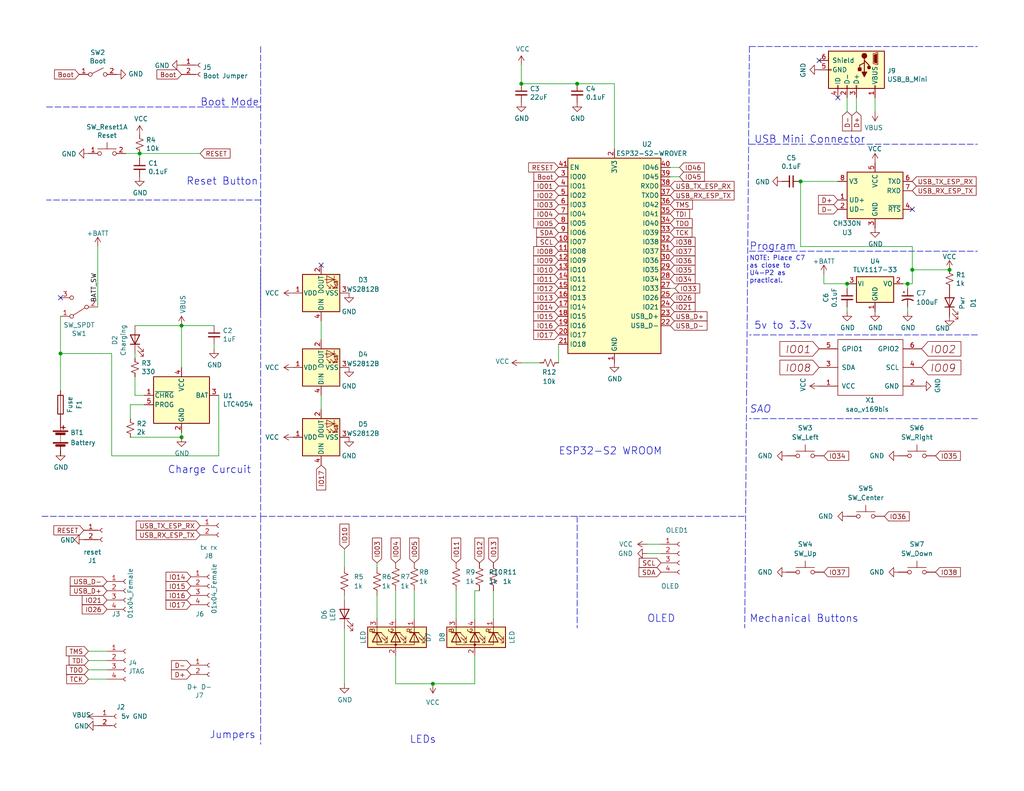
<source format=kicad_sch>
(kicad_sch (version 20211123) (generator eeschema)
  (paper "USLetter")
  (title_block (title "CactusCon") (date "2022-08-23") (rev "0") (company "BadgePirates") (comment 1 "ESP32-S2 WROOM") (comment 2 "USB to Serial Connector") (comment 3 "Lipo Charger"))
  (lib_symbols
    (symbol "BadgePirates:Badgelife_sao_connector_v169bis" (pin_names (offset 1.016))
      (property "Reference" "X" (at 0 0 0))
      (property "Value" "Badgelife_sao_connector_v169bis" (at 0 20.32 0))
      (symbol "Badgelife_sao_connector_v169bis_1_1"
        (pin input line (at -5.08 13.97 270) (length 5.08) (name "VCC") (number "1"))
        (pin input line (at -5.08 -13.97 90) (length 5.08) (name "GND") (number "2"))
        (pin input line (at 0 13.97 270) (length 5.08) (name "SDA") (number "3"))
        (pin input line (at 0 -13.97 90) (length 5.08) (name "SCL") (number "4"))
        (pin input line (at 5.08 13.97 270) (length 5.08) (name "GPIO1") (number "5"))
        (pin input line (at 5.08 -13.97 90) (length 5.08) (name "GPIO2") (number "6"))
      )
    )
    (symbol "Battery_Management:LTC4054ES5-4.2" (pin_names (offset 0.254))
      (property "Reference" "U" (at -5.842 6.604 0))
      (property "Value" "LTC4054ES5-4.2" (at 1.524 6.604 0))
      (symbol "LTC4054ES5-4.2_1_1"
        (pin open_collector line (at -10.16 0 0) (length 2.54) (name "~{CHRG}") (number "1"))
        (pin power_in line (at 0 -10.16 90) (length 2.54) (name "GND") (number "2"))
        (pin power_out line (at 10.16 0 180) (length 2.54) (name "BAT") (number "3"))
        (pin power_in line (at 0 7.62 270) (length 2.54) (name "VCC") (number "4"))
        (pin bidirectional line (at -10.16 -2.54 0) (length 2.54) (name "PROG") (number "5"))
      )
    )
    (symbol "Connector:Conn_01x02_Female" (pin_names (offset 1.016) hide)
      (property "Reference" "J" (at 0 2.54 0))
      (property "Value" "Conn_01x02_Female" (at 0 -5.08 0))
      (symbol "Conn_01x02_Female_1_1"
        (pin passive line (at -5.08 0 0) (length 3.81) (name "Pin_1") (number "1"))
        (pin passive line (at -5.08 -2.54 0) (length 3.81) (name "Pin_2") (number "2"))
      )
    )
    (symbol "Connector:Conn_01x04_Female" (pin_names (offset 1.016) hide)
      (property "Reference" "J" (at 0 5.08 0))
      (property "Value" "Conn_01x04_Female" (at 0 -7.62 0))
      (symbol "Conn_01x04_Female_1_1"
        (pin passive line (at -5.08 2.54 0) (length 3.81) (name "Pin_1") (number "1"))
        (pin passive line (at -5.08 0 0) (length 3.81) (name "Pin_2") (number "2"))
        (pin passive line (at -5.08 -2.54 0) (length 3.81) (name "Pin_3") (number "3"))
        (pin passive line (at -5.08 -5.08 0) (length 3.81) (name "Pin_4") (number "4"))
      )
    )
    (symbol "Connector:USB_B_Mini" (pin_names (offset 1.016))
      (property "Reference" "J" (at -5.08 11.43 0))
      (property "Value" "USB_B_Mini" (at -5.08 8.89 0))
      (symbol "USB_B_Mini_1_1"
        (pin power_out line (at 7.62 5.08 180) (length 2.54) (name "VBUS") (number "1"))
        (pin bidirectional line (at 7.62 -2.54 180) (length 2.54) (name "D-") (number "2"))
        (pin bidirectional line (at 7.62 0 180) (length 2.54) (name "D+") (number "3"))
        (pin passive line (at 7.62 -5.08 180) (length 2.54) (name "ID") (number "4"))
        (pin power_out line (at 0 -10.16 90) (length 2.54) (name "GND") (number "5"))
        (pin passive line (at -2.54 -10.16 90) (length 2.54) (name "Shield") (number "6"))
      )
    )
    (symbol "Device:Battery" (pin_numbers hide) (pin_names (offset 0) hide)
      (property "Reference" "BT" (at 2.54 2.54 0))
      (property "Value" "Battery" (at 2.54 0 0))
      (symbol "Battery_1_1"
        (pin passive line (at 0 5.08 270) (length 2.54) (name "+") (number "1"))
        (pin passive line (at 0 -5.08 90) (length 2.54) (name "-") (number "2"))
      )
    )
    (symbol "Device:C_Polarized_Small_US" (pin_numbers hide) (pin_names (offset 0.254) hide)
      (property "Reference" "C" (at 0.254 1.778 0))
      (property "Value" "C_Polarized_Small_US" (at 0.254 -2.032 0))
      (symbol "C_Polarized_Small_US_1_1"
        (pin passive line (at 0 2.54 270) (length 2.032) (name "~") (number "1"))
        (pin passive line (at 0 -2.54 90) (length 2.032) (name "~") (number "2"))
      )
    )
    (symbol "Device:C_Small" (pin_numbers hide) (pin_names (offset 0.254) hide)
      (property "Reference" "C" (at 0.254 1.778 0))
      (property "Value" "C_Small" (at 0.254 -2.032 0))
      (symbol "C_Small_1_1"
        (pin passive line (at 0 2.54 270) (length 2.032) (name "~") (number "1"))
        (pin passive line (at 0 -2.54 90) (length 2.032) (name "~") (number "2"))
      )
    )
    (symbol "Device:Fuse" (pin_numbers hide) (pin_names (offset 0))
      (property "Reference" "F" (at 2.032 0 90))
      (property "Value" "Fuse" (at -1.905 0 90))
      (symbol "Fuse_1_1"
        (pin passive line (at 0 3.81 270) (length 1.27) (name "~") (number "1"))
        (pin passive line (at 0 -3.81 90) (length 1.27) (name "~") (number "2"))
      )
    )
    (symbol "Device:LED" (pin_numbers hide) (pin_names (offset 1.016) hide)
      (property "Reference" "D" (at 0 2.54 0))
      (property "Value" "LED" (at 0 -2.54 0))
      (symbol "LED_1_1"
        (pin passive line (at -3.81 0 0) (length 2.54) (name "K") (number "1"))
        (pin passive line (at 3.81 0 180) (length 2.54) (name "A") (number "2"))
      )
    )
    (symbol "Device:LED_RABG" (pin_names (offset 0) hide)
      (property "Reference" "D" (at 0 9.398 0))
      (property "Value" "LED_RABG" (at 0 -8.89 0))
      (symbol "LED_RABG_0_0"
        (text "B" (at -1.905 -6.35 0) (effects (font (size 1.27 1.27))))
        (text "G" (at -1.905 -1.27 0) (effects (font (size 1.27 1.27))))
        (text "R" (at -1.905 3.81 0) (effects (font (size 1.27 1.27))))
      )
      (symbol "LED_RABG_1_1"
        (pin passive line (at -5.08 5.08 0) (length 2.54) (name "RK") (number "1"))
        (pin passive line (at 5.08 0 180) (length 2.54) (name "A") (number "2"))
        (pin passive line (at -5.08 -5.08 0) (length 2.54) (name "BK") (number "3"))
        (pin passive line (at -5.08 0 0) (length 2.54) (name "GK") (number "4"))
      )
    )
    (symbol "Device:R_Small_US" (pin_numbers hide) (pin_names (offset 0.254) hide)
      (property "Reference" "R" (at 0.762 0.508 0))
      (property "Value" "R_Small_US" (at 0.762 -1.016 0))
      (symbol "R_Small_US_1_1"
        (pin passive line (at 0 2.54 270) (length 1.016) (name "~") (number "1"))
        (pin passive line (at 0 -2.54 90) (length 1.016) (name "~") (number "2"))
      )
    )
    (symbol "Device:R_US" (pin_numbers hide) (pin_names (offset 0))
      (property "Reference" "R" (at 2.54 0 90))
      (property "Value" "R_US" (at -2.54 0 90))
      (symbol "R_US_1_1"
        (pin passive line (at 0 3.81 270) (length 1.27) (name "~") (number "1"))
        (pin passive line (at 0 -3.81 90) (length 1.27) (name "~") (number "2"))
      )
    )
    (symbol "Interface_USB:CH330N"
      (property "Reference" "U" (at -7.62 6.35 0))
      (property "Value" "CH330N" (at 7.62 6.35 0))
      (symbol "CH330N_1_1"
        (pin bidirectional line (at -10.16 -2.54 0) (length 2.54) (name "UD+") (number "1"))
        (pin bidirectional line (at -10.16 -5.08 0) (length 2.54) (name "UD-") (number "2"))
        (pin power_in line (at 0 -10.16 90) (length 2.54) (name "GND") (number "3"))
        (pin output line (at 10.16 -5.08 180) (length 2.54) (name "~{RTS}") (number "4"))
        (pin power_in line (at 0 7.62 270) (length 2.54) (name "VCC") (number "5"))
        (pin output line (at 10.16 2.54 180) (length 2.54) (name "TXD") (number "6"))
        (pin input line (at 10.16 0 180) (length 2.54) (name "RXD") (number "7"))
        (pin passive line (at -10.16 2.54 0) (length 2.54) (name "V3") (number "8"))
      )
    )
    (symbol "LED:WS2812B" (pin_names (offset 0.254))
      (property "Reference" "D" (at 5.08 5.715 0))
      (property "Value" "WS2812B" (at 1.27 -5.715 0))
      (symbol "WS2812B_0_0"
        (text "RGB" (at 2.286 -4.191 0) (effects (font (size 0.762 0.762))))
      )
      (symbol "WS2812B_1_1"
        (pin power_in line (at 0 7.62 270) (length 2.54) (name "VDD") (number "1"))
        (pin output line (at 7.62 0 180) (length 2.54) (name "DOUT") (number "2"))
        (pin power_in line (at 0 -7.62 90) (length 2.54) (name "VSS") (number "3"))
        (pin input line (at -7.62 0 0) (length 2.54) (name "DIN") (number "4"))
      )
    )
    (symbol "RF_Module:ESP32-S2-WROVER"
      (property "Reference" "U" (at -12.7 29.21 0))
      (property "Value" "ESP32-S2-WROVER" (at 2.54 29.21 0))
      (symbol "ESP32-S2-WROVER_1_1"
        (pin power_in line (at 0 -27.94 90) (length 2.54) (name "GND") (number "1"))
        (pin bidirectional line (at -15.24 5.08 0) (length 2.54) (name "IO07") (number "10"))
        (pin bidirectional line (at -15.24 2.54 0) (length 2.54) (name "IO08") (number "11"))
        (pin bidirectional line (at -15.24 0 0) (length 2.54) (name "IO09") (number "12"))
        (pin bidirectional line (at -15.24 -2.54 0) (length 2.54) (name "IO10") (number "13"))
        (pin bidirectional line (at -15.24 -5.08 0) (length 2.54) (name "IO11") (number "14"))
        (pin bidirectional line (at -15.24 -7.62 0) (length 2.54) (name "IO12") (number "15"))
        (pin bidirectional line (at -15.24 -10.16 0) (length 2.54) (name "IO13") (number "16"))
        (pin bidirectional line (at -15.24 -12.7 0) (length 2.54) (name "IO14") (number "17"))
        (pin bidirectional line (at -15.24 -15.24 0) (length 2.54) (name "IO15") (number "18"))
        (pin bidirectional line (at -15.24 -17.78 0) (length 2.54) (name "IO16") (number "19"))
        (pin power_in line (at 0 30.48 270) (length 2.54) (name "3V3") (number "2"))
        (pin bidirectional line (at -15.24 -20.32 0) (length 2.54) (name "IO17") (number "20"))
        (pin bidirectional line (at -15.24 -22.86 0) (length 2.54) (name "IO18") (number "21"))
        (pin bidirectional line (at 15.24 -17.78 180) (length 2.54) (name "USB_D-") (number "22"))
        (pin bidirectional line (at 15.24 -15.24 180) (length 2.54) (name "USB_D+") (number "23"))
        (pin bidirectional line (at 15.24 -12.7 180) (length 2.54) (name "IO21") (number "24"))
        (pin bidirectional line (at 15.24 -10.16 180) (length 2.54) (name "IO26") (number "25"))
        (pin passive line (at 0 -27.94 90) (length 2.54) hide (name "GND") (number "26"))
        (pin bidirectional line (at 15.24 -7.62 180) (length 2.54) (name "IO33") (number "27"))
        (pin bidirectional line (at 15.24 -5.08 180) (length 2.54) (name "IO34") (number "28"))
        (pin bidirectional line (at 15.24 -2.54 180) (length 2.54) (name "IO35") (number "29"))
        (pin bidirectional line (at -15.24 22.86 0) (length 2.54) (name "IO00") (number "3"))
        (pin bidirectional line (at 15.24 0 180) (length 2.54) (name "IO36") (number "30"))
        (pin bidirectional line (at 15.24 2.54 180) (length 2.54) (name "IO37") (number "31"))
        (pin bidirectional line (at 15.24 5.08 180) (length 2.54) (name "IO38") (number "32"))
        (pin bidirectional line (at 15.24 7.62 180) (length 2.54) (name "IO39") (number "33"))
        (pin bidirectional line (at 15.24 10.16 180) (length 2.54) (name "IO40") (number "34"))
        (pin bidirectional line (at 15.24 12.7 180) (length 2.54) (name "IO41") (number "35"))
        (pin bidirectional line (at 15.24 15.24 180) (length 2.54) (name "IO42") (number "36"))
        (pin bidirectional line (at 15.24 17.78 180) (length 2.54) (name "TXD0") (number "37"))
        (pin bidirectional line (at 15.24 20.32 180) (length 2.54) (name "RXD0") (number "38"))
        (pin bidirectional line (at 15.24 22.86 180) (length 2.54) (name "IO45") (number "39"))
        (pin bidirectional line (at -15.24 20.32 0) (length 2.54) (name "IO01") (number "4"))
        (pin input line (at 15.24 25.4 180) (length 2.54) (name "IO46") (number "40"))
        (pin input line (at -15.24 25.4 0) (length 2.54) (name "EN") (number "41"))
        (pin passive line (at 0 -27.94 90) (length 2.54) hide (name "GND") (number "42"))
        (pin passive line (at 0 -27.94 90) (length 2.54) hide (name "GND") (number "43"))
        (pin bidirectional line (at -15.24 17.78 0) (length 2.54) (name "IO02") (number "5"))
        (pin bidirectional line (at -15.24 15.24 0) (length 2.54) (name "IO03") (number "6"))
        (pin bidirectional line (at -15.24 12.7 0) (length 2.54) (name "IO04") (number "7"))
        (pin bidirectional line (at -15.24 10.16 0) (length 2.54) (name "IO05") (number "8"))
        (pin bidirectional line (at -15.24 7.62 0) (length 2.54) (name "IO06") (number "9"))
      )
    )
    (symbol "Regulator_Linear:TLV1117-33" (pin_names (offset 0.254))
      (property "Reference" "U" (at -3.81 3.175 0))
      (property "Value" "TLV1117-33" (at 0 3.175 0))
      (symbol "TLV1117-33_1_1"
        (pin power_in line (at 0 -7.62 90) (length 2.54) (name "GND") (number "1"))
        (pin power_out line (at 7.62 0 180) (length 2.54) (name "VO") (number "2"))
        (pin power_in line (at -7.62 0 0) (length 2.54) (name "VI") (number "3"))
      )
    )
    (symbol "Switch:SW_Push" (pin_numbers hide) (pin_names (offset 1.016) hide)
      (property "Reference" "SW" (at 1.27 2.54 0))
      (property "Value" "SW_Push" (at 0 -1.524 0))
      (symbol "SW_Push_0_1"
        (pin passive line (at -5.08 0 0) (length 2.54) (name "1") (number "1"))
        (pin passive line (at 5.08 0 180) (length 2.54) (name "2") (number "2"))
      )
    )
    (symbol "Switch:SW_Push_Dual_x2" (pin_names (offset 1.016) hide)
      (property "Reference" "SW" (at 1.27 2.54 0))
      (property "Value" "SW_Push_Dual_x2" (at 0 -1.524 0))
      (symbol "SW_Push_Dual_x2_1_1"
        (pin passive line (at -5.08 0 0) (length 2.54) (name "C") (number "1"))
        (pin passive line (at 5.08 0 180) (length 2.54) (name "D") (number "2"))
      )
      (symbol "SW_Push_Dual_x2_2_1"
        (pin passive line (at -5.08 0 0) (length 2.54) (name "C") (number "3"))
        (pin passive line (at 5.08 0 180) (length 2.54) (name "D") (number "4"))
      )
    )
    (symbol "Switch:SW_SPDT" (pin_names (offset 0) hide)
      (property "Reference" "SW" (at 0 4.318 0))
      (property "Value" "SW_SPDT" (at 0 -5.08 0))
      (symbol "SW_SPDT_1_1"
        (pin passive line (at 5.08 2.54 180) (length 2.54) (name "A") (number "1"))
        (pin passive line (at -5.08 0 0) (length 2.54) (name "B") (number "2"))
        (pin passive line (at 5.08 -2.54 180) (length 2.54) (name "C") (number "3"))
      )
    )
    (symbol "Switch:SW_SPST" (pin_names (offset 0) hide)
      (property "Reference" "SW" (at 0 3.175 0))
      (property "Value" "SW_SPST" (at 0 -2.54 0))
      (symbol "SW_SPST_1_1"
        (pin passive line (at -5.08 0 0) (length 2.54) (name "A") (number "1"))
        (pin passive line (at 5.08 0 180) (length 2.54) (name "B") (number "2"))
      )
    )
    (symbol "power:+BATT" (power) (pin_names (offset 0))
      (property "Value" "+BATT" (at 0 3.556 0))
      (symbol "+BATT_1_1"
        (pin power_in line (at 0 0 90) (length 0) hide (name "+BATT") (number "1"))
      )
    )
    (symbol "power:GND" (power) (pin_names (offset 0))
      (property "Value" "GND" (at 0 -3.81 0))
      (symbol "GND_1_1"
        (pin power_in line (at 0 0 270) (length 0) hide (name "GND") (number "1"))
      )
    )
    (symbol "power:VBUS" (power) (pin_names (offset 0))
      (property "Value" "VBUS" (at 0 3.81 0))
      (symbol "VBUS_1_1"
        (pin power_in line (at 0 0 90) (length 0) hide (name "VBUS") (number "1"))
      )
    )
    (symbol "power:VCC" (power) (pin_names (offset 0))
      (property "Value" "VCC" (at 0 3.81 0))
      (symbol "VCC_1_1"
        (pin power_in line (at 0 0 90) (length 0) hide (name "VCC") (number "1"))
      )
    )
  )
  (junction (at 118.11 186.69))
  (junction (at 231.14 77.47))
  (junction (at 142.24 22.86))
  (junction (at 49.53 88.9))
  (junction (at 247.65 77.47))
  (junction (at 248.92 73.66))
  (junction (at 218.44 49.53))
  (junction (at 157.48 22.86))
  (junction (at 38.1 41.91))
  (junction (at 259.08 73.66))
  (junction (at 49.53 119.38))
  (junction (at 16.51 96.52))
  (no_connect (at 248.92 57.15))
  (no_connect (at 87.63 72.39))
  (no_connect (at 16.51 81.28))
  (no_connect (at 228.6 26.67))
  (no_connect (at 223.52 16.51))
  (wire (pts (xy 176.53 151.13) (xy 180.34 151.13)))
  (wire (pts (xy 233.68 26.67) (xy 233.68 30.48)))
  (polyline (pts (xy 204.47 12.7) (xy 203.2 171.45)))
  (wire (pts (xy 16.51 86.36) (xy 16.51 96.52)))
  (wire (pts (xy 152.4 93.98) (xy 152.4 99.06)))
  (wire (pts (xy 87.63 87.63) (xy 87.63 92.71)))
  (wire (pts (xy 228.6 49.53) (xy 218.44 49.53)))
  (wire (pts (xy 176.53 148.59) (xy 180.34 148.59)))
  (wire (pts (xy 93.98 149.86) (xy 93.98 154.94)))
  (wire (pts (xy 107.95 161.29) (xy 107.95 168.91)))
  (wire (pts (xy 248.92 73.66) (xy 248.92 77.47)))
  (wire (pts (xy 134.62 161.29) (xy 134.62 168.91)))
  (wire (pts (xy 36.83 102.87) (xy 36.83 107.95)))
  (wire (pts (xy 107.95 186.69) (xy 118.11 186.69)))
  (wire (pts (xy 59.69 107.95) (xy 59.69 124.46)))
  (polyline (pts (xy 266.7 114.3) (xy 204.47 114.3)))
  (wire (pts (xy 38.1 41.91) (xy 38.1 43.18)))
  (wire (pts (xy 231.14 78.74) (xy 231.14 77.47)))
  (wire (pts (xy 49.53 88.9) (xy 49.53 100.33)))
  (polyline (pts (xy 71.12 140.97) (xy 203.2 140.97)))
  (wire (pts (xy 39.37 110.49) (xy 35.56 110.49)))
  (wire (pts (xy 185.42 48.26) (xy 182.88 48.26)))
  (polyline (pts (xy 157.48 140.97) (xy 157.48 171.45)))
  (polyline (pts (xy 71.12 54.61) (xy 12.7 54.61)))
  (polyline (pts (xy 11.43 140.97) (xy 69.85 140.97)))
  (wire (pts (xy 167.64 22.86) (xy 167.64 40.64)))
  (wire (pts (xy 102.87 162.56) (xy 102.87 168.91)))
  (wire (pts (xy 124.46 161.29) (xy 124.46 168.91)))
  (wire (pts (xy 129.54 168.91) (xy 129.54 161.29)))
  (polyline (pts (xy 71.12 140.97) (xy 71.12 203.2)))
  (polyline (pts (xy 204.47 39.37) (xy 266.7 39.37)))
  (wire (pts (xy 24.13 185.42) (xy 29.21 185.42)))
  (wire (pts (xy 247.65 77.47) (xy 248.92 77.47)))
  (polyline (pts (xy 204.47 12.7) (xy 266.7 12.7)))
  (wire (pts (xy 58.42 93.98) (xy 58.42 95.25)))
  (wire (pts (xy 26.67 83.82) (xy 26.67 67.31)))
  (wire (pts (xy 246.38 77.47) (xy 247.65 77.47)))
  (wire (pts (xy 182.88 45.72) (xy 185.42 45.72)))
  (wire (pts (xy 231.14 26.67) (xy 231.14 30.48)))
  (wire (pts (xy 93.98 171.45) (xy 93.98 186.69)))
  (wire (pts (xy 113.03 161.29) (xy 113.03 168.91)))
  (wire (pts (xy 118.11 186.69) (xy 129.54 186.69)))
  (wire (pts (xy 24.13 180.34) (xy 29.21 180.34)))
  (wire (pts (xy 93.98 162.56) (xy 93.98 163.83)))
  (wire (pts (xy 24.13 182.88) (xy 29.21 182.88)))
  (wire (pts (xy 129.54 161.29) (xy 130.81 161.29)))
  (wire (pts (xy 36.83 88.9) (xy 49.53 88.9)))
  (wire (pts (xy 102.87 153.67) (xy 102.87 154.94)))
  (wire (pts (xy 30.48 124.46) (xy 30.48 96.52)))
  (polyline (pts (xy 204.47 68.58) (xy 266.7 68.58)))
  (wire (pts (xy 231.14 85.09) (xy 231.14 83.82)))
  (wire (pts (xy 142.24 22.86) (xy 142.24 17.78)))
  (wire (pts (xy 24.13 177.8) (xy 29.21 177.8)))
  (wire (pts (xy 248.92 67.31) (xy 248.92 73.66)))
  (wire (pts (xy 247.65 83.82) (xy 247.65 85.09)))
  (polyline (pts (xy 71.12 73.66) (xy 71.12 140.97)))
  (wire (pts (xy 107.95 179.07) (xy 107.95 186.69)))
  (wire (pts (xy 16.51 124.46) (xy 16.51 123.19)))
  (wire (pts (xy 35.56 119.38) (xy 49.53 119.38)))
  (wire (pts (xy 224.79 77.47) (xy 231.14 77.47)))
  (wire (pts (xy 142.24 99.06) (xy 147.32 99.06)))
  (wire (pts (xy 36.83 107.95) (xy 39.37 107.95)))
  (polyline (pts (xy 71.12 12.7) (xy 71.12 39.37)))
  (wire (pts (xy 49.53 118.11) (xy 49.53 119.38)))
  (wire (pts (xy 184.15 78.74) (xy 182.88 78.74)))
  (wire (pts (xy 218.44 49.53) (xy 218.44 67.31)))
  (wire (pts (xy 129.54 179.07) (xy 129.54 186.69)))
  (wire (pts (xy 16.51 96.52) (xy 16.51 106.68)))
  (wire (pts (xy 248.92 73.66) (xy 259.08 73.66)))
  (wire (pts (xy 38.1 41.91) (xy 54.61 41.91)))
  (wire (pts (xy 36.83 96.52) (xy 36.83 97.79)))
  (wire (pts (xy 34.29 41.91) (xy 38.1 41.91)))
  (wire (pts (xy 157.48 22.86) (xy 167.64 22.86)))
  (wire (pts (xy 224.79 74.93) (xy 224.79 77.47)))
  (wire (pts (xy 59.69 124.46) (xy 30.48 124.46)))
  (wire (pts (xy 87.63 107.95) (xy 87.63 111.76)))
  (wire (pts (xy 142.24 22.86) (xy 157.48 22.86)))
  (wire (pts (xy 218.44 67.31) (xy 248.92 67.31)))
  (wire (pts (xy 238.76 26.67) (xy 238.76 30.48)))
  (polyline (pts (xy 12.7 29.21) (xy 71.12 29.21)))
  (wire (pts (xy 35.56 110.49) (xy 35.56 114.3)))
  (polyline (pts (xy 266.7 91.44) (xy 204.47 91.44)))
  (wire (pts (xy 247.65 77.47) (xy 247.65 78.74)))
  (wire (pts (xy 30.48 96.52) (xy 16.51 96.52)))
  (polyline (pts (xy 71.12 40.64) (xy 71.12 85.09)))
  (wire (pts (xy 49.53 88.9) (xy 58.42 88.9)))
  (text "SAO" (at 204.47 113.03 0) (effects (font (size 2.0066 2.0066) italic) (justify left bottom)))
  (text "NOTE: Place C7 \nas close to \nU4-P2 as \npractical." (at 204.47 77.47 0) (effects (font (size 1.27 1.27)) (justify left bottom)))
  (text "Charge Curcuit\n" (at 45.72 129.54 0) (effects (font (size 2.0066 2.0066)) (justify left bottom)))
  (text "Mechanical Buttons\n" (at 204.47 170.18 0) (effects (font (size 2.0066 2.0066)) (justify left bottom)))
  (text "USB Mini Connector" (at 205.74 39.37 0) (effects (font (size 2.0066 2.0066)) (justify left bottom)))
  (text "Jumpers\n" (at 57.15 201.93 0) (effects (font (size 2.0066 2.0066)) (justify left bottom)))
  (text "ESP32-S2 WROOM" (at 152.4 124.46 0) (effects (font (size 2 2)) (justify left bottom)))
  (text "OLED" (at 176.53 170.18 0) (effects (font (size 2.0066 2.0066)) (justify left bottom)))
  (text "5v to 3.3v" (at 205.74 90.17 0) (effects (font (size 2.0066 2.0066)) (justify left bottom)))
  (text "Program" (at 204.47 68.58 0) (effects (font (size 2.0066 2.0066)) (justify left bottom)))
  (text "Boot Mode" (at 54.61 29.21 0) (effects (font (size 2.0066 2.0066)) (justify left bottom)))
  (text "Reset Button\n" (at 50.8 50.8 0) (effects (font (size 2.0066 2.0066)) (justify left bottom)))
  (text "LEDs" (at 111.76 203.2 0) (effects (font (size 2.0066 2.0066)) (justify left bottom)))
  (label "BATT_SW" (at 26.67 82.55 90))
  (global_label "IO38" (shape input) (at 182.88 66.04 0) (property "Intersheet References" "${INTERSHEET_REFS}" (effects hide)))
  (global_label "IO02" (shape input) (at 152.4 53.34 180) (property "Intersheet References" "${INTERSHEET_REFS}" (effects hide)))
  (global_label "IO12" (shape input) (at 152.4 78.74 180) (property "Intersheet References" "${INTERSHEET_REFS}" (effects hide)))
  (global_label "TMS" (shape input) (at 182.88 55.88 0) (property "Intersheet References" "${INTERSHEET_REFS}" (effects hide)))
  (global_label "TMS" (shape input) (at 24.13 177.8 180) (property "Intersheet References" "${INTERSHEET_REFS}" (effects hide)))
  (global_label "USB_TX_ESP_RX" (shape input) (at 182.88 50.8 0) (property "Intersheet References" "${INTERSHEET_REFS}" (effects hide)))
  (global_label "TDO" (shape input) (at 24.13 182.88 180) (property "Intersheet References" "${INTERSHEET_REFS}" (effects hide)))
  (global_label "IO15" (shape input) (at 152.4 86.36 180) (property "Intersheet References" "${INTERSHEET_REFS}" (effects hide)))
  (global_label "D+" (shape input) (at 233.68 30.48 270) (property "Intersheet References" "${INTERSHEET_REFS}" (effects hide)))
  (global_label "IO16" (shape input) (at 152.4 88.9 180) (property "Intersheet References" "${INTERSHEET_REFS}" (effects hide)))
  (global_label "IO01" (shape input) (at 152.4 50.8 180) (property "Intersheet References" "${INTERSHEET_REFS}" (effects hide)))
  (global_label "IO02" (shape input) (at 251.46 95.25 0) (effects (font (size 2.0066 2.0066) italic)) (property "Intersheet References" "${INTERSHEET_REFS}" (effects hide)))
  (global_label "IO14" (shape input) (at 52.07 157.48 180) (property "Intersheet References" "${INTERSHEET_REFS}" (effects hide)))
  (global_label "IO16" (shape input) (at 52.07 162.56 180) (property "Intersheet References" "${INTERSHEET_REFS}" (effects hide)))
  (global_label "IO13" (shape input) (at 134.62 153.67 90) (property "Intersheet References" "${INTERSHEET_REFS}" (effects hide)))
  (global_label "IO04" (shape input) (at 152.4 58.42 180) (property "Intersheet References" "${INTERSHEET_REFS}" (effects hide)))
  (global_label "RESET" (shape input) (at 22.86 144.78 180) (property "Intersheet References" "${INTERSHEET_REFS}" (effects hide)))
  (global_label "IO26" (shape input) (at 29.21 166.37 180) (property "Intersheet References" "${INTERSHEET_REFS}" (effects hide)))
  (global_label "D-" (shape input) (at 231.14 30.48 270) (property "Intersheet References" "${INTERSHEET_REFS}" (effects hide)))
  (global_label "SCL" (shape input) (at 180.34 153.67 180) (property "Intersheet References" "${INTERSHEET_REFS}" (effects hide)))
  (global_label "IO21" (shape input) (at 182.88 83.82 0) (property "Intersheet References" "${INTERSHEET_REFS}" (effects hide)))
  (global_label "IO08" (shape input) (at 223.52 100.33 180) (effects (font (size 2.0066 2.0066) italic)) (property "Intersheet References" "${INTERSHEET_REFS}" (effects hide)))
  (global_label "IO05" (shape input) (at 152.4 60.96 180) (property "Intersheet References" "${INTERSHEET_REFS}" (effects hide)))
  (global_label "USB_D-" (shape input) (at 29.21 158.75 180) (property "Intersheet References" "${INTERSHEET_REFS}" (effects hide)))
  (global_label "RESET" (shape input) (at 152.4 45.72 180) (property "Intersheet References" "${INTERSHEET_REFS}" (effects hide)))
  (global_label "IO26" (shape input) (at 182.88 81.28 0) (property "Intersheet References" "${INTERSHEET_REFS}" (effects hide)))
  (global_label "Boot" (shape input) (at 49.53 20.32 180) (property "Intersheet References" "${INTERSHEET_REFS}" (effects hide)))
  (global_label "D+" (shape input) (at 52.07 184.15 180) (property "Intersheet References" "${INTERSHEET_REFS}" (effects hide)))
  (global_label "IO34" (shape input) (at 182.88 76.2 0) (property "Intersheet References" "${INTERSHEET_REFS}" (effects hide)))
  (global_label "IO08" (shape input) (at 152.4 68.58 180) (property "Intersheet References" "${INTERSHEET_REFS}" (effects hide)))
  (global_label "Boot" (shape input) (at 21.59 20.32 180) (property "Intersheet References" "${INTERSHEET_REFS}" (effects hide)))
  (global_label "IO03" (shape input) (at 152.4 55.88 180) (property "Intersheet References" "${INTERSHEET_REFS}" (effects hide)))
  (global_label "USB_TX_ESP_RX" (shape input) (at 54.61 143.51 180) (property "Intersheet References" "${INTERSHEET_REFS}" (effects hide)))
  (global_label "USB_RX_ESP_TX" (shape input) (at 248.92 52.07 0) (property "Intersheet References" "${INTERSHEET_REFS}" (effects hide)))
  (global_label "IO35" (shape input) (at 182.88 73.66 0) (property "Intersheet References" "${INTERSHEET_REFS}" (effects hide)))
  (global_label "IO05" (shape input) (at 113.03 153.67 90) (property "Intersheet References" "${INTERSHEET_REFS}" (effects hide)))
  (global_label "IO21" (shape input) (at 29.21 163.83 180) (property "Intersheet References" "${INTERSHEET_REFS}" (effects hide)))
  (global_label "SDA" (shape input) (at 180.34 156.21 180) (property "Intersheet References" "${INTERSHEET_REFS}" (effects hide)))
  (global_label "IO12" (shape input) (at 130.81 153.67 90) (property "Intersheet References" "${INTERSHEET_REFS}" (effects hide)))
  (global_label "IO37" (shape input) (at 224.79 156.21 0) (property "Intersheet References" "${INTERSHEET_REFS}" (effects hide)))
  (global_label "USB_RX_ESP_TX" (shape input) (at 54.61 146.05 180) (property "Intersheet References" "${INTERSHEET_REFS}" (effects hide)))
  (global_label "IO10" (shape input) (at 152.4 73.66 180) (property "Intersheet References" "${INTERSHEET_REFS}" (effects hide)))
  (global_label "TDI" (shape input) (at 24.13 180.34 180) (property "Intersheet References" "${INTERSHEET_REFS}" (effects hide)))
  (global_label "SCL" (shape input) (at 152.4 66.04 180) (property "Intersheet References" "${INTERSHEET_REFS}" (effects hide)))
  (global_label "USB_D-" (shape input) (at 182.88 88.9 0) (property "Intersheet References" "${INTERSHEET_REFS}" (effects hide)))
  (global_label "IO03" (shape input) (at 102.87 153.67 90) (property "Intersheet References" "${INTERSHEET_REFS}" (effects hide)))
  (global_label "IO11" (shape input) (at 152.4 76.2 180) (property "Intersheet References" "${INTERSHEET_REFS}" (effects hide)))
  (global_label "IO36" (shape input) (at 241.3 140.97 0) (property "Intersheet References" "${INTERSHEET_REFS}" (effects hide)))
  (global_label "IO04" (shape input) (at 107.95 153.67 90) (property "Intersheet References" "${INTERSHEET_REFS}" (effects hide)))
  (global_label "TCK" (shape input) (at 24.13 185.42 180) (property "Intersheet References" "${INTERSHEET_REFS}" (effects hide)))
  (global_label "IO09" (shape input) (at 251.46 100.33 0) (effects (font (size 2.0066 2.0066) italic)) (property "Intersheet References" "${INTERSHEET_REFS}" (effects hide)))
  (global_label "IO14" (shape input) (at 152.4 83.82 180) (property "Intersheet References" "${INTERSHEET_REFS}" (effects hide)))
  (global_label "IO17" (shape input) (at 152.4 91.44 180) (property "Intersheet References" "${INTERSHEET_REFS}" (effects hide)))
  (global_label "IO34" (shape input) (at 224.79 124.46 0) (property "Intersheet References" "${INTERSHEET_REFS}" (effects hide)))
  (global_label "TDI" (shape input) (at 182.88 58.42 0) (property "Intersheet References" "${INTERSHEET_REFS}" (effects hide)))
  (global_label "USB_D+" (shape input) (at 182.88 86.36 0) (property "Intersheet References" "${INTERSHEET_REFS}" (effects hide)))
  (global_label "USB_TX_ESP_RX" (shape input) (at 248.92 49.53 0) (property "Intersheet References" "${INTERSHEET_REFS}" (effects hide)))
  (global_label "TDO" (shape input) (at 182.88 60.96 0) (property "Intersheet References" "${INTERSHEET_REFS}" (effects hide)))
  (global_label "D+" (shape input) (at 228.6 54.61 180) (property "Intersheet References" "${INTERSHEET_REFS}" (effects hide)))
  (global_label "IO17" (shape input) (at 87.63 127 270) (property "Intersheet References" "${INTERSHEET_REFS}" (effects hide)))
  (global_label "IO17" (shape input) (at 52.07 165.1 180) (property "Intersheet References" "${INTERSHEET_REFS}" (effects hide)))
  (global_label "Boot" (shape input) (at 152.4 48.26 180) (property "Intersheet References" "${INTERSHEET_REFS}" (effects hide)))
  (global_label "IO46" (shape input) (at 185.42 45.72 0) (property "Intersheet References" "${INTERSHEET_REFS}" (effects hide)))
  (global_label "IO33" (shape input) (at 184.15 78.74 0) (property "Intersheet References" "${INTERSHEET_REFS}" (effects hide)))
  (global_label "IO15" (shape input) (at 52.07 160.02 180) (property "Intersheet References" "${INTERSHEET_REFS}" (effects hide)))
  (global_label "IO36" (shape input) (at 182.88 71.12 0) (property "Intersheet References" "${INTERSHEET_REFS}" (effects hide)))
  (global_label "RESET" (shape input) (at 54.61 41.91 0) (property "Intersheet References" "${INTERSHEET_REFS}" (effects hide)))
  (global_label "D-" (shape input) (at 228.6 57.15 180) (property "Intersheet References" "${INTERSHEET_REFS}" (effects hide)))
  (global_label "IO09" (shape input) (at 152.4 71.12 180) (property "Intersheet References" "${INTERSHEET_REFS}" (effects hide)))
  (global_label "TCK" (shape input) (at 182.88 63.5 0) (property "Intersheet References" "${INTERSHEET_REFS}" (effects hide)))
  (global_label "IO10" (shape input) (at 93.98 149.86 90) (property "Intersheet References" "${INTERSHEET_REFS}" (effects hide)))
  (global_label "IO35" (shape input) (at 255.27 124.46 0) (property "Intersheet References" "${INTERSHEET_REFS}" (effects hide)))
  (global_label "IO11" (shape input) (at 124.46 153.67 90) (property "Intersheet References" "${INTERSHEET_REFS}" (effects hide)))
  (global_label "IO37" (shape input) (at 182.88 68.58 0) (property "Intersheet References" "${INTERSHEET_REFS}" (effects hide)))
  (global_label "IO38" (shape input) (at 255.27 156.21 0) (property "Intersheet References" "${INTERSHEET_REFS}" (effects hide)))
  (global_label "USB_RX_ESP_TX" (shape input) (at 182.88 53.34 0) (property "Intersheet References" "${INTERSHEET_REFS}" (effects hide)))
  (global_label "IO13" (shape input) (at 152.4 81.28 180) (property "Intersheet References" "${INTERSHEET_REFS}" (effects hide)))
  (global_label "IO45" (shape input) (at 185.42 48.26 0) (property "Intersheet References" "${INTERSHEET_REFS}" (effects hide)))
  (global_label "USB_D+" (shape input) (at 29.21 161.29 180) (property "Intersheet References" "${INTERSHEET_REFS}" (effects hide)))
  (global_label "SDA" (shape input) (at 152.4 63.5 180) (property "Intersheet References" "${INTERSHEET_REFS}" (effects hide)))
  (global_label "IO01" (shape input) (at 223.52 95.25 180) (effects (font (size 2.0066 2.0066) italic)) (property "Intersheet References" "${INTERSHEET_REFS}" (effects hide)))
  (global_label "D-" (shape input) (at 52.07 181.61 180) (property "Intersheet References" "${INTERSHEET_REFS}" (effects hide)))
  (symbol (lib_id "RF_Module:ESP32-S2-WROVER") (at 167.64 71.12 0) (unit 1)
    (property "Reference" "U2" (at 176.53 39.37 0))
    (property "Value" "ESP32-S2-WROVER" (at 177.8 41.91 0))
    (property "Footprint" "BadgePirates:ESP32-S2-WROOM" (effects hide))
    (property "Datasheet" "https://www.espressif.com/sites/default/files/documentation/esp32-s2-wroom_esp32-s2-wroom-i_datasheet_en.pdf" (effects hide))
  )
  (symbol (lib_id "power:GND") (at 93.98 186.69 0) (unit 1)
    (property "Reference" "#PWR020" (effects hide))
    (property "Value" "GND" (at 94.107 191.0842 0))
  )
  (symbol (lib_id "Device:LED") (at 259.08 82.55 90) (unit 1)
    (property "Reference" "D1" (at 265.557 82.7278 0))
    (property "Value" "Pwr" (at 263.2456 82.7278 0) (effects (justify bottom)))
    (property "Footprint" "BadgePirates:R_1206_3216Metric" (effects hide))
  )
  (symbol (lib_id "Device:LED") (at 93.98 167.64 90) (unit 1)
    (property "Reference" "D6" (at 88.4682 167.8178 0))
    (property "Value" "LED" (at 90.7796 167.8178 0))
    (property "Footprint" "BadgePirates:LED_Osram_Lx_P47F_D2mm_ReverseMount_Proper_Mask Only" (effects hide))
  )
  (symbol (lib_id "Device:LED_RABG") (at 107.95 173.99 270) (unit 1)
    (property "Reference" "D7" (at 116.84 173.99 0))
    (property "Value" "LED" (at 99.06 173.99 0))
    (property "Footprint" "BadgePirates:LED_RGB_1210" (effects hide))
  )
  (symbol (lib_id "Device:LED_RABG") (at 129.54 173.99 270) (unit 1)
    (property "Reference" "D8" (at 120.65 173.99 0))
    (property "Value" "LED" (at 139.7 173.99 0))
    (property "Footprint" "BadgePirates:LED_RGB_1210" (effects hide))
  )
  (symbol (lib_id "power:GND") (at 167.64 99.06 0) (unit 1)
    (property "Reference" "#PWR025" (effects hide))
    (property "Value" "GND" (at 167.767 103.4542 0))
  )
  (symbol (lib_id "Device:R_Small_US") (at 149.86 99.06 270) (unit 1)
    (property "Reference" "R12" (at 149.86 101.6 90))
    (property "Value" "10k" (at 149.86 104.14 90))
    (property "Footprint" "BadgePirates:R_1206_3216Metric" (effects hide))
  )
  (symbol (lib_id "Device:C_Small") (at 157.48 25.4 0) (unit 1)
    (property "Reference" "C4" (at 159.8168 24.2316 0) (effects (justify left)))
    (property "Value" "0.1uF" (at 159.8168 26.543 0) (effects (justify left)))
    (property "Footprint" "BadgePirates:C_0805_2012Metric" (effects hide))
  )
  (symbol (lib_id "Device:C_Small") (at 142.24 25.4 0) (unit 1)
    (property "Reference" "C3" (at 144.5768 24.2316 0) (effects (justify left)))
    (property "Value" "22uF" (at 144.5768 26.543 0) (effects (justify left)))
    (property "Footprint" "BadgePirates:C_0805_2012Metric" (effects hide))
  )
  (symbol (lib_id "power:GND") (at 223.52 19.05 270) (unit 1)
    (property "Reference" "#PWR031" (effects hide))
    (property "Value" "GND" (at 219.1258 19.177 0))
  )
  (symbol (lib_id "power:VBUS") (at 238.76 30.48 180) (unit 1)
    (property "Reference" "#PWR036" (effects hide))
    (property "Value" "VBUS" (at 238.379 34.8742 0))
  )
  (symbol (lib_id "power:VCC") (at 142.24 17.78 0) (unit 1)
    (property "Reference" "#PWR021" (effects hide))
    (property "Value" "VCC" (at 142.621 13.3858 0))
  )
  (symbol (lib_id "power:GND") (at 142.24 27.94 0) (unit 1)
    (property "Reference" "#PWR022" (effects hide))
    (property "Value" "GND" (at 142.367 32.3342 0))
  )
  (symbol (lib_id "power:GND") (at 157.48 27.94 0) (unit 1)
    (property "Reference" "#PWR024" (effects hide))
    (property "Value" "GND" (at 157.607 32.3342 0))
  )
  (symbol (lib_id "Connector:Conn_01x04_Female") (at 34.29 180.34 0) (unit 1)
    (property "Reference" "J4" (at 35.0012 180.9496 0) (effects (justify left)))
    (property "Value" "JTAG" (at 35.0012 183.261 0) (effects (justify left)))
    (property "Footprint" "Connector_PinHeader_2.54mm:PinHeader_1x04_P2.54mm_Vertical" (effects hide))
  )
  (symbol (lib_id "power:VCC") (at 142.24 99.06 90) (unit 1)
    (property "Reference" "#PWR023" (effects hide))
    (property "Value" "VCC" (at 139.0142 98.679 90) (effects (justify left)))
  )
  (symbol (lib_id "power:GND") (at 259.08 86.36 0) (unit 1)
    (property "Reference" "#PWR09" (effects hide))
    (property "Value" "GND" (at 259.207 89.6112 0) (effects (justify right)))
  )
  (symbol (lib_id "Device:R_Small_US") (at 38.1 39.37 0) (unit 1)
    (property "Reference" "R4" (at 39.8272 38.2016 0) (effects (justify left)))
    (property "Value" "10k" (at 39.8272 40.513 0) (effects (justify left)))
    (property "Footprint" "BadgePirates:R_1206_3216Metric" (effects hide))
  )
  (symbol (lib_id "power:VCC") (at 38.1 36.83 0) (unit 1)
    (property "Reference" "#PWR07" (effects hide))
    (property "Value" "VCC" (at 38.481 32.4358 0))
  )
  (symbol (lib_id "Device:R_Small_US") (at 259.08 76.2 0) (unit 1)
    (property "Reference" "R1" (at 260.8072 75.0316 0) (effects (justify left)))
    (property "Value" "1k" (at 260.8072 77.343 0) (effects (justify left)))
    (property "Footprint" "BadgePirates:R_1206_3216Metric" (effects hide))
  )
  (symbol (lib_id "Interface_USB:CH330N") (at 238.76 52.07 0) (unit 1)
    (property "Reference" "U3" (at 231.14 63.5 0))
    (property "Value" "CH330N" (at 231.14 60.96 0))
    (property "Footprint" "BadgePirates:SOIC-8-1EP_W3.9mm" (effects hide))
    (property "Datasheet" "http://www.wch.cn/downloads/file/240.html" (effects hide))
  )
  (symbol (lib_id "Regulator_Linear:TLV1117-33") (at 238.76 77.47 0) (unit 1)
    (property "Reference" "U4" (at 238.76 71.3232 0))
    (property "Value" "TLV1117-33" (at 238.76 73.6346 0))
    (property "Footprint" "BadgePirates:SOT-223_2-4_Combined" (effects hide))
    (property "Datasheet" "http://www.ti.com/lit/ds/symlink/tlv1117.pdf" (effects hide))
  )
  (symbol (lib_id "power:GND") (at 238.76 62.23 0) (unit 1)
    (property "Reference" "#PWR038" (effects hide))
    (property "Value" "GND" (at 238.887 66.6242 0))
  )
  (symbol (lib_id "power:GND") (at 238.76 85.09 0) (unit 1)
    (property "Reference" "#PWR039" (effects hide))
    (property "Value" "GND" (at 238.887 89.4842 0))
  )
  (symbol (lib_id "Device:C_Small") (at 215.9 49.53 270) (unit 1)
    (property "Reference" "C5" (at 215.9 43.1292 90))
    (property "Value" "0.1uF" (at 215.9 45.4406 90))
    (property "Footprint" "BadgePirates:C_0805_2012Metric" (effects hide))
  )
  (symbol (lib_id "power:GND") (at 213.36 49.53 270) (unit 1)
    (property "Reference" "#PWR028" (effects hide))
    (property "Value" "GND" (at 210.1088 49.657 90) (effects (justify right)))
  )
  (symbol (lib_id "Connector:USB_B_Mini") (at 233.68 19.05 270) (unit 1)
    (property "Reference" "J9" (at 242.062 19.3294 90) (effects (justify left)))
    (property "Value" "USB_B_Mini" (at 242.062 21.6408 90) (effects (justify left)))
    (property "Footprint" "BadgePirates:USB_Micro-B_Wuerth" (effects hide))
  )
  (symbol (lib_id "Switch:SW_Push_Dual_x2") (at 29.21 41.91 0) (unit 1)
    (property "Reference" "SW_Reset1" (at 29.21 34.671 0))
    (property "Value" "Reset" (at 29.21 36.9824 0))
    (property "Footprint" "BadgePirates:Switch_Tactile_SMD_B3U-1000P-BPVersion" (effects hide))
  )
  (symbol (lib_id "power:GND") (at 24.13 41.91 270) (unit 1)
    (property "Reference" "#PWR03" (effects hide))
    (property "Value" "GND" (at 20.8788 42.037 90) (effects (justify right)))
  )
  (symbol (lib_id "Device:C_Small") (at 231.14 81.28 0) (unit 1)
    (property "Reference" "C6" (at 225.3234 81.28 90))
    (property "Value" "0.1uF" (at 227.6348 81.28 90))
    (property "Footprint" "BadgePirates:C_0805_2012Metric" (effects hide))
  )
  (symbol (lib_id "power:GND") (at 231.14 85.09 0) (unit 1)
    (property "Reference" "#PWR034" (effects hide))
    (property "Value" "GND" (at 231.267 89.4842 0))
  )
  (symbol (lib_id "power:VCC") (at 238.76 44.45 0) (unit 1)
    (property "Reference" "#PWR037" (effects hide))
    (property "Value" "VCC" (at 238.76 40.64 0))
  )
  (symbol (lib_id "power:GND") (at 251.46 105.41 90) (unit 1)
    (property "Reference" "#PWR043" (effects hide))
    (property "Value" "GND" (at 255.8542 105.283 0))
  )
  (symbol (lib_id "power:VCC") (at 223.52 105.41 90) (unit 1)
    (property "Reference" "#PWR032" (effects hide))
    (property "Value" "VCC" (at 219.1258 105.029 0))
  )
  (symbol (lib_id "Switch:SW_SPST") (at 26.67 20.32 0) (unit 1)
    (property "Reference" "SW2" (at 26.67 14.351 0))
    (property "Value" "Boot" (at 26.67 16.6624 0))
    (property "Footprint" "BadgePirates:Switch_Tactile_SMD_B3U-1000P-BPVersion" (effects hide))
  )
  (symbol (lib_id "power:GND") (at 31.75 20.32 90) (unit 1)
    (property "Reference" "#PWR06" (effects hide))
    (property "Value" "GND" (at 35.0012 20.193 90) (effects (justify right)))
  )
  (symbol (lib_id "Connector:Conn_01x04_Female") (at 57.15 160.02 0) (unit 1)
    (property "Reference" "J6" (at 53.34 167.64 0) (effects (justify left)))
    (property "Value" "01x04_Female" (at 58.42 167.64 90) (effects (justify left)))
    (property "Footprint" "Connector_PinHeader_2.54mm:PinHeader_1x04_P2.54mm_Vertical" (effects hide))
  )
  (symbol (lib_id "power:VCC") (at 80.01 119.38 90) (unit 1)
    (property "Reference" "#PWR016" (effects hide))
    (property "Value" "VCC" (at 76.2 119.3799 90) (effects (justify left)))
  )
  (symbol (lib_id "power:VCC") (at 176.53 148.59 90) (unit 1)
    (property "Reference" "#PWR026" (effects hide))
    (property "Value" "VCC" (at 172.72 148.5899 90) (effects (justify left)))
  )
  (symbol (lib_id "Connector:Conn_01x02_Female") (at 59.69 143.51 0) (unit 1)
    (property "Reference" "J8" (at 56.9468 151.765 0))
    (property "Value" "tx rx" (at 56.9468 149.4536 0))
    (property "Footprint" "BadgePirates:PinHeader_1x02_P2.54mm_Vertical" (effects hide))
  )
  (symbol (lib_id "power:GND") (at 247.65 85.09 0) (unit 1)
    (property "Reference" "#PWR045" (effects hide))
    (property "Value" "GND" (at 247.777 89.4842 0))
  )
  (symbol (lib_id "power:VCC") (at 118.11 186.69 180) (unit 1)
    (property "Reference" "#PWR042" (effects hide))
    (property "Value" "VCC" (at 118.11 191.77 0))
  )
  (symbol (lib_id "power:GND") (at 231.14 140.97 270) (unit 1)
    (property "Reference" "#PWR035" (effects hide))
    (property "Value" "GND" (at 227.33 140.9699 90) (effects (justify right)))
  )
  (symbol (lib_id "Device:R_US") (at 130.81 157.48 0) (unit 1)
    (property "Reference" "R10" (at 133.35 156.2099 0) (effects (justify left)))
    (property "Value" "1k" (at 133.35 158.7499 0) (effects (justify left)))
    (property "Footprint" "BadgePirates:R_1206_3216Metric" (effects hide))
  )
  (symbol (lib_id "Device:R_Small_US") (at 36.83 100.33 0) (unit 1)
    (property "Reference" "R3" (at 38.5572 99.1616 0) (effects (justify left)))
    (property "Value" "330" (at 38.5572 101.473 0) (effects (justify left)))
    (property "Footprint" "BadgePirates:R_1206_3216Metric" (effects hide))
  )
  (symbol (lib_id "Connector:Conn_01x04_Female") (at 185.42 151.13 0) (unit 1)
    (property "Reference" "OLED1" (at 181.61 144.78 0) (effects (justify left)))
    (property "Value" "OLED" (at 180.34 160.02 0) (effects (justify left)))
    (property "Footprint" "Connector_PinHeader_2.54mm:PinHeader_1x04_P2.54mm_Vertical" (effects hide))
  )
  (symbol (lib_id "Switch:SW_Push") (at 250.19 156.21 0) (unit 1)
    (property "Reference" "SW7" (at 250.19 148.59 0))
    (property "Value" "SW_Down" (at 250.19 151.13 0))
    (property "Footprint" "BadgePirates:SW_SPST_B3S-1000" (effects hide))
  )
  (symbol (lib_id "power:GND") (at 22.86 147.32 270) (unit 1)
    (property "Reference" "#PWR02" (effects hide))
    (property "Value" "GND" (at 18.4658 147.447 90))
  )
  (symbol (lib_id "Switch:SW_Push") (at 219.71 124.46 0) (unit 1)
    (property "Reference" "SW3" (at 219.71 116.84 0))
    (property "Value" "SW_Left" (at 219.71 119.38 0))
    (property "Footprint" "BadgePirates:SW_SPST_B3S-1000" (effects hide))
  )
  (symbol (lib_id "Connector:Conn_01x02_Female") (at 57.15 181.61 0) (unit 1)
    (property "Reference" "J7" (at 54.4068 189.865 0))
    (property "Value" "D+ D-" (at 54.4068 187.5536 0))
    (property "Footprint" "BadgePirates:PinHeader_1x02_P2.54mm_Vertical" (effects hide))
  )
  (symbol (lib_id "power:VBUS") (at 49.53 88.9 0) (unit 1)
    (property "Reference" "#PWR011" (effects hide))
    (property "Value" "VBUS" (at 49.911 85.6488 90) (effects (justify left)))
  )
  (symbol (lib_id "power:GND") (at 95.25 80.01 0) (unit 1)
    (property "Reference" "#PWR017" (effects hide))
    (property "Value" "GND" (at 95.25 85.09 0))
  )
  (symbol (lib_id "power:GND") (at 49.53 119.38 0) (unit 1)
    (property "Reference" "#PWR012" (effects hide))
    (property "Value" "GND" (at 49.657 123.7742 0))
  )
  (symbol (lib_id "Switch:SW_SPDT") (at 21.59 83.82 180) (unit 1)
    (property "Reference" "SW1" (at 21.59 91.059 0))
    (property "Value" "SW_SPDT" (at 21.59 88.7476 0))
    (property "Footprint" "BadgePirates:SW_SPDT_PCM12" (effects hide))
  )
  (symbol (lib_id "power:VBUS") (at 26.67 195.58 90) (unit 1)
    (property "Reference" "#PWR04" (effects hide))
    (property "Value" "VBUS" (at 22.2758 195.199 90))
  )
  (symbol (lib_id "LED:WS2812B") (at 87.63 80.01 90) (unit 1)
    (property "Reference" "D3" (at 99.06 76.4286 90))
    (property "Value" "WS2812B" (at 99.06 78.9686 90))
    (property "Footprint" "LED_SMD:LED_WS2812B_PLCC4_5.0x5.0mm_P3.2mm" (effects hide))
    (property "Datasheet" "https://cdn-shop.adafruit.com/datasheets/WS2812B.pdf" (effects hide))
  )
  (symbol (lib_id "power:GND") (at 95.25 100.33 0) (unit 1)
    (property "Reference" "#PWR018" (effects hide))
    (property "Value" "GND" (at 95.25 105.41 0))
  )
  (symbol (lib_id "power:GND") (at 214.63 156.21 270) (unit 1)
    (property "Reference" "#PWR030" (effects hide))
    (property "Value" "GND" (at 210.82 156.2099 90) (effects (justify right)))
  )
  (symbol (lib_id "power:GND") (at 38.1 48.26 0) (unit 1)
    (property "Reference" "#PWR08" (effects hide))
    (property "Value" "GND" (at 38.227 52.6542 0))
  )
  (symbol (lib_id "power:GND") (at 16.51 123.19 0) (unit 1)
    (property "Reference" "#PWR01" (effects hide))
    (property "Value" "GND" (at 16.637 127.5842 0))
  )
  (symbol (lib_id "Device:R_US") (at 93.98 158.75 0) (unit 1)
    (property "Reference" "R5" (at 96.52 157.4799 0) (effects (justify left)))
    (property "Value" "1k" (at 96.52 160.0199 0) (effects (justify left)))
    (property "Footprint" "BadgePirates:R_1206_3216Metric" (effects hide))
  )
  (symbol (lib_id "Switch:SW_Push") (at 236.22 140.97 0) (unit 1)
    (property "Reference" "SW5" (at 236.22 133.35 0))
    (property "Value" "SW_Center" (at 236.22 135.89 0))
    (property "Footprint" "BadgePirates:SW_SPST_B3S-1000" (effects hide))
  )
  (symbol (lib_id "power:GND") (at 245.11 124.46 270) (unit 1)
    (property "Reference" "#PWR040" (effects hide))
    (property "Value" "GND" (at 241.3 124.4599 90) (effects (justify right)))
  )
  (symbol (lib_id "Device:R_US") (at 124.46 157.48 0) (unit 1)
    (property "Reference" "R9" (at 127 156.2099 0) (effects (justify left)))
    (property "Value" "1k" (at 127 158.7499 0) (effects (justify left)))
    (property "Footprint" "BadgePirates:R_1206_3216Metric" (effects hide))
  )
  (symbol (lib_id "Device:C_Small") (at 38.1 45.72 0) (unit 1)
    (property "Reference" "C1" (at 40.4368 44.5516 0) (effects (justify left)))
    (property "Value" "0.1uF" (at 40.4368 46.863 0) (effects (justify left)))
    (property "Footprint" "BadgePirates:C_0805_2012Metric" (effects hide))
  )
  (symbol (lib_id "power:+BATT") (at 224.79 74.93 0) (unit 1)
    (property "Reference" "#PWR044" (effects hide))
    (property "Value" "+BATT" (at 224.79 71.3542 0))
  )
  (symbol (lib_id "Device:Fuse") (at 16.51 110.49 180) (unit 1)
    (property "Reference" "F1" (at 21.59 110.49 90))
    (property "Value" "Fuse" (at 19.05 110.49 90))
    (property "Footprint" "BadgePirates:R_1206_3216Metric" (effects hide))
  )
  (symbol (lib_id "Switch:SW_Push") (at 250.19 124.46 0) (unit 1)
    (property "Reference" "SW6" (at 250.19 116.84 0))
    (property "Value" "SW_Right" (at 250.19 119.38 0))
    (property "Footprint" "BadgePirates:SW_SPST_B3S-1000" (effects hide))
  )
  (symbol (lib_id "Connector:Conn_01x04_Female") (at 34.29 161.29 0) (unit 1)
    (property "Reference" "J3" (at 30.48 167.64 0) (effects (justify left)))
    (property "Value" "01x04_Female" (at 35.56 168.91 90) (effects (justify left)))
    (property "Footprint" "Connector_PinHeader_2.54mm:PinHeader_1x04_P2.54mm_Vertical" (effects hide))
  )
  (symbol (lib_id "power:GND") (at 176.53 151.13 270) (unit 1)
    (property "Reference" "#PWR027" (effects hide))
    (property "Value" "GND" (at 172.72 151.1299 90) (effects (justify right)))
  )
  (symbol (lib_id "power:GND") (at 95.25 119.38 0) (unit 1)
    (property "Reference" "#PWR019" (effects hide))
    (property "Value" "GND" (at 95.25 124.46 0))
  )
  (symbol (lib_id "Battery_Management:LTC4054ES5-4.2") (at 49.53 107.95 0) (unit 1)
    (property "Reference" "U1" (at 60.8076 108.0516 0) (effects (justify left)))
    (property "Value" "LTC4054" (at 60.8076 110.363 0) (effects (justify left)))
    (property "Footprint" "BadgePirates:LTC4054" (effects hide))
    (property "Datasheet" "https://www.analog.com/media/en/technical-documentation/data-sheets/405442xf.pdf" (effects hide))
  )
  (symbol (lib_id "Device:R_Small_US") (at 35.56 116.84 0) (unit 1)
    (property "Reference" "R2" (at 37.2872 115.6716 0) (effects (justify left)))
    (property "Value" "2k" (at 37.2872 117.983 0) (effects (justify left)))
    (property "Footprint" "BadgePirates:R_1206_3216Metric" (effects hide))
  )
  (symbol (lib_id "Device:R_US") (at 107.95 157.48 0) (unit 1)
    (property "Reference" "R7" (at 109.22 157.48 0) (effects (justify left)))
    (property "Value" "1k" (at 109.22 160.02 0) (effects (justify left)))
    (property "Footprint" "BadgePirates:R_1206_3216Metric" (effects hide))
  )
  (symbol (lib_id "Device:R_US") (at 113.03 157.48 0) (unit 1)
    (property "Reference" "R8" (at 114.3 156.21 0) (effects (justify left)))
    (property "Value" "1k" (at 114.3 158.75 0) (effects (justify left)))
    (property "Footprint" "BadgePirates:R_1206_3216Metric" (effects hide))
  )
  (symbol (lib_id "power:GND") (at 26.67 198.12 270) (unit 1)
    (property "Reference" "#PWR05" (effects hide))
    (property "Value" "GND" (at 22.2758 198.247 90))
  )
  (symbol (lib_id "power:VCC") (at 80.01 100.33 90) (unit 1)
    (property "Reference" "#PWR015" (effects hide))
    (property "Value" "VCC" (at 76.2 100.3299 90) (effects (justify left)))
  )
  (symbol (lib_id "Connector:Conn_01x02_Female") (at 27.94 144.78 0) (unit 1)
    (property "Reference" "J1" (at 25.1968 153.035 0))
    (property "Value" "reset" (at 25.1968 150.7236 0))
    (property "Footprint" "BadgePirates:PinHeader_1x02_P2.54mm_Vertical" (effects hide))
  )
  (symbol (lib_id "Device:R_US") (at 134.62 157.48 0) (unit 1)
    (property "Reference" "R11" (at 137.16 156.2099 0) (effects (justify left)))
    (property "Value" "1k" (at 137.16 158.7499 0) (effects (justify left)))
    (property "Footprint" "BadgePirates:R_1206_3216Metric" (effects hide))
  )
  (symbol (lib_id "Switch:SW_Push") (at 219.71 156.21 0) (unit 1)
    (property "Reference" "SW4" (at 219.71 148.59 0))
    (property "Value" "SW_Up" (at 219.71 151.13 0))
    (property "Footprint" "BadgePirates:SW_SPST_B3S-1000" (effects hide))
  )
  (symbol (lib_id "BadgePirates:Badgelife_sao_connector_v169bis") (at 237.49 100.33 90) (unit 1)
    (property "Reference" "X1" (at 238.76 109.22 90) (effects (justify left)))
    (property "Value" "sao_v169bis" (at 242.57 111.76 90) (effects (justify left)))
    (property "Footprint" "BadgePirates:Badgelife-SAOv169-SAO_Side_B.SLK" (effects hide))
  )
  (symbol (lib_id "Device:C_Small") (at 58.42 91.44 0) (unit 1)
    (property "Reference" "C2" (at 60.7568 90.2716 0) (effects (justify left)))
    (property "Value" "1uF" (at 60.7568 92.583 0) (effects (justify left)))
    (property "Footprint" "BadgePirates:C_0805_2012Metric" (effects hide))
  )
  (symbol (lib_id "power:VCC") (at 80.01 80.01 90) (unit 1)
    (property "Reference" "#PWR014" (effects hide))
    (property "Value" "VCC" (at 76.2 80.0099 90) (effects (justify left)))
  )
  (symbol (lib_id "power:VCC") (at 259.08 73.66 0) (unit 1)
    (property "Reference" "#PWR046" (effects hide))
    (property "Value" "VCC" (at 259.08 70.0842 0))
  )
  (symbol (lib_id "Connector:Conn_01x02_Female") (at 31.75 195.58 0) (unit 1)
    (property "Reference" "J2" (at 31.75 193.04 0) (effects (justify left)))
    (property "Value" "5v GND" (at 33.02 195.58 0) (effects (justify left)))
    (property "Footprint" "BadgePirates:PinHeader_1x02_P2.54mm_Vertical" (effects hide))
  )
  (symbol (lib_id "Device:Battery") (at 16.51 119.38 0) (unit 1)
    (property "Reference" "BT1" (at 19.177 118.0905 0) (effects (justify left)))
    (property "Value" "Battery" (at 19.177 120.8656 0) (effects (justify left)))
    (property "Footprint" "BadgePirates:Battery - 14500" (effects hide))
  )
  (symbol (lib_id "Device:LED") (at 36.83 92.71 90) (unit 1)
    (property "Reference" "D2" (at 31.3182 92.8878 0))
    (property "Value" "Charging" (at 33.6296 92.8878 0))
    (property "Footprint" "LED_SMD:LED_1206_3216Metric" (effects hide))
  )
  (symbol (lib_id "power:+BATT") (at 26.67 67.31 0) (unit 1)
    (property "Reference" "#PWR033" (effects hide))
    (property "Value" "+BATT" (at 26.67 63.7342 0))
  )
  (symbol (lib_id "Connector:Conn_01x02_Female") (at 54.61 17.78 0) (unit 1)
    (property "Reference" "J5" (at 55.3212 18.3896 0) (effects (justify left)))
    (property "Value" "Boot Jumper" (at 55.3212 20.701 0) (effects (justify left)))
    (property "Footprint" "BadgePirates:PinHeader_1x02_P2.54mm_Vertical" (effects hide))
  )
  (symbol (lib_id "LED:WS2812B") (at 87.63 100.33 90) (unit 1)
    (property "Reference" "D4" (at 99.06 96.7486 90))
    (property "Value" "WS2812B" (at 99.06 99.2886 90))
    (property "Footprint" "LED_SMD:LED_WS2812B_PLCC4_5.0x5.0mm_P3.2mm" (effects hide))
    (property "Datasheet" "https://cdn-shop.adafruit.com/datasheets/WS2812B.pdf" (effects hide))
  )
  (symbol (lib_id "power:GND") (at 214.63 124.46 270) (unit 1)
    (property "Reference" "#PWR029" (effects hide))
    (property "Value" "GND" (at 210.82 124.4599 90) (effects (justify right)))
  )
  (symbol (lib_id "Device:C_Polarized_Small_US") (at 247.65 81.28 0) (unit 1)
    (property "Reference" "C7" (at 249.9614 80.0135 0) (effects (justify left)))
    (property "Value" "100uF" (at 249.9614 82.5504 0) (effects (justify left)))
    (property "Footprint" "Capacitor_Tantalum_SMD:CP_EIA-3528-21_Kemet-B_Pad1.50x2.35mm_HandSolder" (effects hide))
    (property "Datasheet" "https://datasheets.kyocera-avx.com/TAJ.pdf" (effects hide))
    (property "MFG" "Kyocera AVX" (effects hide))
    (property "MFG PN" "TAJB107M006RNJ" (effects hide))
  )
  (symbol (lib_id "power:GND") (at 58.42 95.25 0) (unit 1)
    (property "Reference" "#PWR013" (effects hide))
    (property "Value" "GND" (at 58.547 99.6442 0))
  )
  (symbol (lib_id "power:GND") (at 245.11 156.21 270) (unit 1)
    (property "Reference" "#PWR041" (effects hide))
    (property "Value" "GND" (at 241.3 156.2099 90) (effects (justify right)))
  )
  (symbol (lib_id "LED:WS2812B") (at 87.63 119.38 90) (unit 1)
    (property "Reference" "D5" (at 99.06 115.7986 90))
    (property "Value" "WS2812B" (at 99.06 118.3386 90))
    (property "Footprint" "LED_SMD:LED_WS2812B_PLCC4_5.0x5.0mm_P3.2mm" (effects hide))
    (property "Datasheet" "https://cdn-shop.adafruit.com/datasheets/WS2812B.pdf" (effects hide))
  )
  (symbol (lib_id "Device:R_US") (at 102.87 158.75 0) (unit 1)
    (property "Reference" "R6" (at 104.14 157.48 0) (effects (justify left)))
    (property "Value" "1k" (at 104.14 160.02 0) (effects (justify left)))
    (property "Footprint" "BadgePirates:R_1206_3216Metric" (effects hide))
  )
  (symbol (lib_id "power:GND") (at 49.53 17.78 270) (unit 1)
    (property "Reference" "#PWR010" (effects hide))
    (property "Value" "GND" (at 46.2788 17.907 90) (effects (justify right)))
  )
)
</source>
